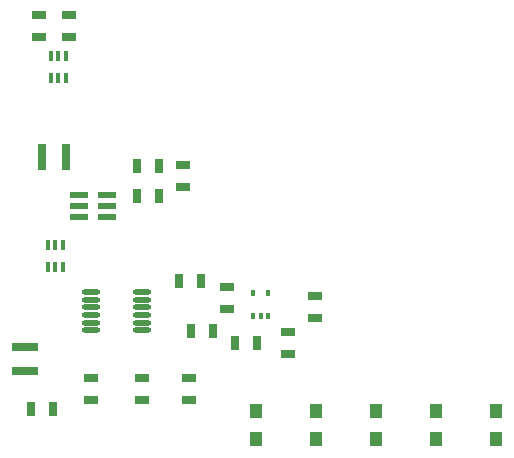
<source format=gtp>
G04*
G04 #@! TF.GenerationSoftware,Altium Limited,Altium Designer,19.0.12 (326)*
G04*
G04 Layer_Color=8421504*
%FSLAX25Y25*%
%MOIN*%
G70*
G01*
G75*
%ADD16R,0.05118X0.02756*%
%ADD17R,0.08661X0.03150*%
%ADD18R,0.02756X0.05118*%
%ADD19R,0.03937X0.05118*%
%ADD20R,0.01575X0.01968*%
%ADD21R,0.01575X0.03622*%
%ADD22O,0.06299X0.01772*%
%ADD23R,0.06200X0.02200*%
%ADD24R,0.03150X0.08661*%
D16*
X48000Y181760D02*
D03*
Y189240D02*
D03*
X58000Y181760D02*
D03*
Y189240D02*
D03*
X140000Y95740D02*
D03*
Y88260D02*
D03*
X131000Y83740D02*
D03*
Y76260D02*
D03*
X98000Y60760D02*
D03*
Y68240D02*
D03*
X82465Y68240D02*
D03*
Y60760D02*
D03*
X65500Y60760D02*
D03*
Y68240D02*
D03*
X110638Y98740D02*
D03*
Y91260D02*
D03*
X96250Y139240D02*
D03*
Y131760D02*
D03*
D17*
X43500Y70563D02*
D03*
Y78437D02*
D03*
D18*
X120740Y80000D02*
D03*
X113260D02*
D03*
X106240Y84067D02*
D03*
X98760D02*
D03*
X94760Y100500D02*
D03*
X102240D02*
D03*
X88240Y139000D02*
D03*
X80760D02*
D03*
X88240Y129000D02*
D03*
X80760D02*
D03*
X52740Y58000D02*
D03*
X45260D02*
D03*
D19*
X120500Y57224D02*
D03*
Y47776D02*
D03*
X140500D02*
D03*
Y57224D02*
D03*
X160500D02*
D03*
Y47776D02*
D03*
X180500Y57224D02*
D03*
Y47776D02*
D03*
X200500Y57224D02*
D03*
Y47776D02*
D03*
D20*
X119441Y96480D02*
D03*
X124559D02*
D03*
Y89000D02*
D03*
X122000D02*
D03*
X119441D02*
D03*
D21*
X53500Y105260D02*
D03*
X50941D02*
D03*
Y112740D02*
D03*
X53500D02*
D03*
X56059D02*
D03*
Y105260D02*
D03*
X54500Y168260D02*
D03*
X51941D02*
D03*
Y175740D02*
D03*
X54500D02*
D03*
X57059D02*
D03*
Y168260D02*
D03*
D22*
X65535Y96898D02*
D03*
Y94339D02*
D03*
Y91780D02*
D03*
Y89220D02*
D03*
Y86661D02*
D03*
Y84102D02*
D03*
X82465Y96898D02*
D03*
Y94339D02*
D03*
Y91780D02*
D03*
Y89220D02*
D03*
Y86661D02*
D03*
Y84102D02*
D03*
D23*
X61400Y129240D02*
D03*
Y125500D02*
D03*
Y121760D02*
D03*
X70600D02*
D03*
Y125500D02*
D03*
Y129240D02*
D03*
D24*
X49063Y142000D02*
D03*
X56937D02*
D03*
M02*

</source>
